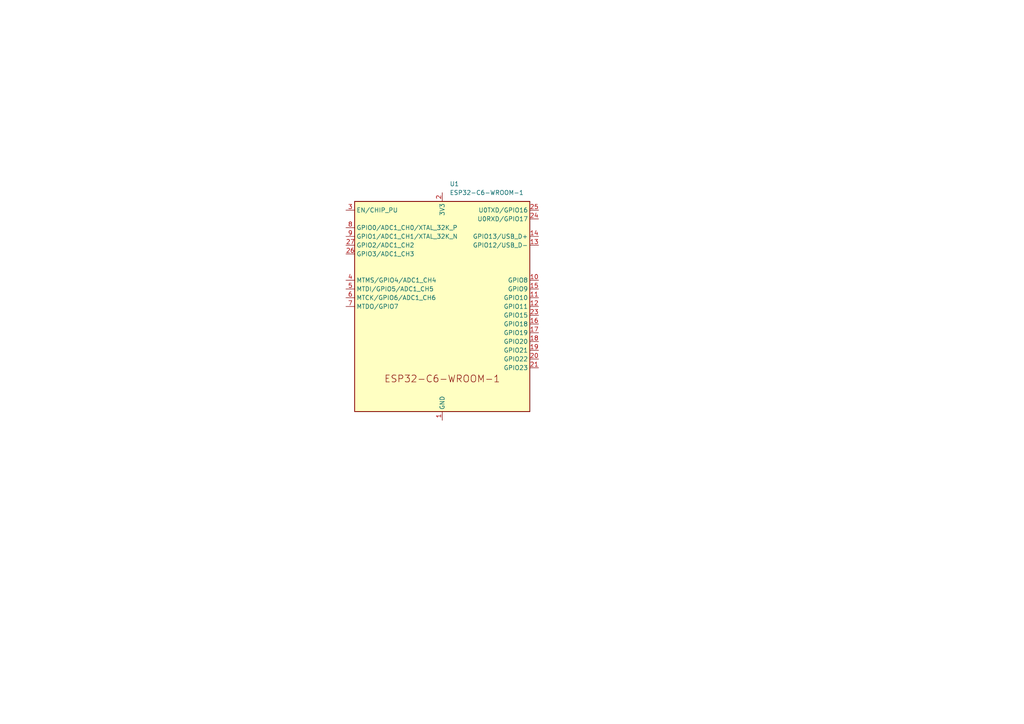
<source format=kicad_sch>
(kicad_sch (version 20250114) (generator "eeschema") (generator_version "9.0")
  (paper "A4")
  (lib_symbols
    (symbol "PCM_Espressif:ESP32-C6-WROOM-1"
      (property "Reference" "U" (at -25.4 35.56 0))
      (property "Value" "ESP32-C6-WROOM-1" (at -25.4 33.02 0))
      (symbol "ESP32-C6-WROOM-1_0_0"
        (text "ESP32-C6-WROOM-1" (at 0 -20.955 0) (effects (font (size 2 2))))
      )
      (symbol "ESP32-C6-WROOM-1_0_1"
        (rectangle (start -25.4 30.48) (end 25.4 -30.48) (stroke (width 0.254)) (fill (type background)))
      )
      (symbol "ESP32-C6-WROOM-1_1_1"
        (pin input line (at -27.94 27.94 0) (length 2.54) (name "EN/CHIP_PU") (number "3"))
        (pin bidirectional line (at -27.94 22.86 0) (length 2.54) (name "GPIO0/ADC1_CH0/XTAL_32K_P") (number "8"))
        (pin bidirectional line (at -27.94 20.32 0) (length 2.54) (name "GPIO1/ADC1_CH1/XTAL_32K_N") (number "9"))
        (pin bidirectional line (at -27.94 17.78 0) (length 2.54) (name "GPIO2/ADC1_CH2") (number "27"))
        (pin bidirectional line (at -27.94 15.24 0) (length 2.54) (name "GPIO3/ADC1_CH3") (number "26"))
        (pin bidirectional line (at -27.94 7.62 0) (length 2.54) (name "MTMS/GPIO4/ADC1_CH4") (number "4"))
        (pin bidirectional line (at -27.94 5.08 0) (length 2.54) (name "MTDI/GPIO5/ADC1_CH5") (number "5"))
        (pin bidirectional line (at -27.94 2.54 0) (length 2.54) (name "MTCK/GPIO6/ADC1_CH6") (number "6"))
        (pin bidirectional line (at -27.94 0 0) (length 2.54) (name "MTDO/GPIO7") (number "7"))
        (pin no_connect line (at -25.4 -12.7 0) (length 2.54) (hide yes) (name "NC") (number "22"))
        (pin power_in line (at 0 33.02 270) (length 2.54) (name "3V3") (number "2"))
        (pin power_in line (at 0 -33.02 90) (length 2.54) (name "GND") (number "1"))
        (pin passive line (at 0 -33.02 90) (length 2.54) (hide yes) (name "GND") (number "28"))
        (pin passive line (at 0 -33.02 90) (length 2.54) (hide yes) (name "GND") (number "29"))
        (pin bidirectional line (at 27.94 27.94 180) (length 2.54) (name "U0TXD/GPIO16") (number "25"))
        (pin bidirectional line (at 27.94 25.4 180) (length 2.54) (name "U0RXD/GPIO17") (number "24"))
        (pin bidirectional line (at 27.94 20.32 180) (length 2.54) (name "GPIO13/USB_D+") (number "14"))
        (pin bidirectional line (at 27.94 17.78 180) (length 2.54) (name "GPIO12/USB_D-") (number "13"))
        (pin bidirectional line (at 27.94 7.62 180) (length 2.54) (name "GPIO8") (number "10"))
        (pin bidirectional line (at 27.94 5.08 180) (length 2.54) (name "GPIO9") (number "15"))
        (pin bidirectional line (at 27.94 2.54 180) (length 2.54) (name "GPIO10") (number "11"))
        (pin bidirectional line (at 27.94 0 180) (length 2.54) (name "GPIO11") (number "12"))
        (pin bidirectional line (at 27.94 -2.54 180) (length 2.54) (name "GPIO15") (number "23"))
        (pin bidirectional line (at 27.94 -5.08 180) (length 2.54) (name "GPIO18") (number "16"))
        (pin bidirectional line (at 27.94 -7.62 180) (length 2.54) (name "GPIO19") (number "17"))
        (pin bidirectional line (at 27.94 -10.16 180) (length 2.54) (name "GPIO20") (number "18"))
        (pin bidirectional line (at 27.94 -12.7 180) (length 2.54) (name "GPIO21") (number "19"))
        (pin bidirectional line (at 27.94 -15.24 180) (length 2.54) (name "GPIO22") (number "20"))
        (pin bidirectional line (at 27.94 -17.78 180) (length 2.54) (name "GPIO23") (number "21"))
      )
    )
  )
  (symbol (lib_id "PCM_Espressif:ESP32-C6-WROOM-1") (at 128.27 88.9 0) (unit 1)
    (property "Reference" "U1" (at 130.4133 53.34 0) (effects (justify left)))
    (property "Value" "ESP32-C6-WROOM-1" (at 130.4133 55.88 0) (effects (justify left)))
    (property "Footprint" "PCM_Espressif:ESP32-C6-WROOM-1" (effects (hide yes)))
    (property "Datasheet" "https://www.espressif.com/sites/default/files/documentation/esp32-c6-wroom-1_wroom-1u_datasheet_en.pdf" (effects (hide yes)))
    (property "Description" "ESP32-C6-WROOM-1/U is a module that supports 2.4 GHz Wi-Fi 6 (802.11 ax), Bluetooth® 5 (LE), Zigbee and Thread (802.15.4)" (effects (hide yes)))
  )
)
</source>
